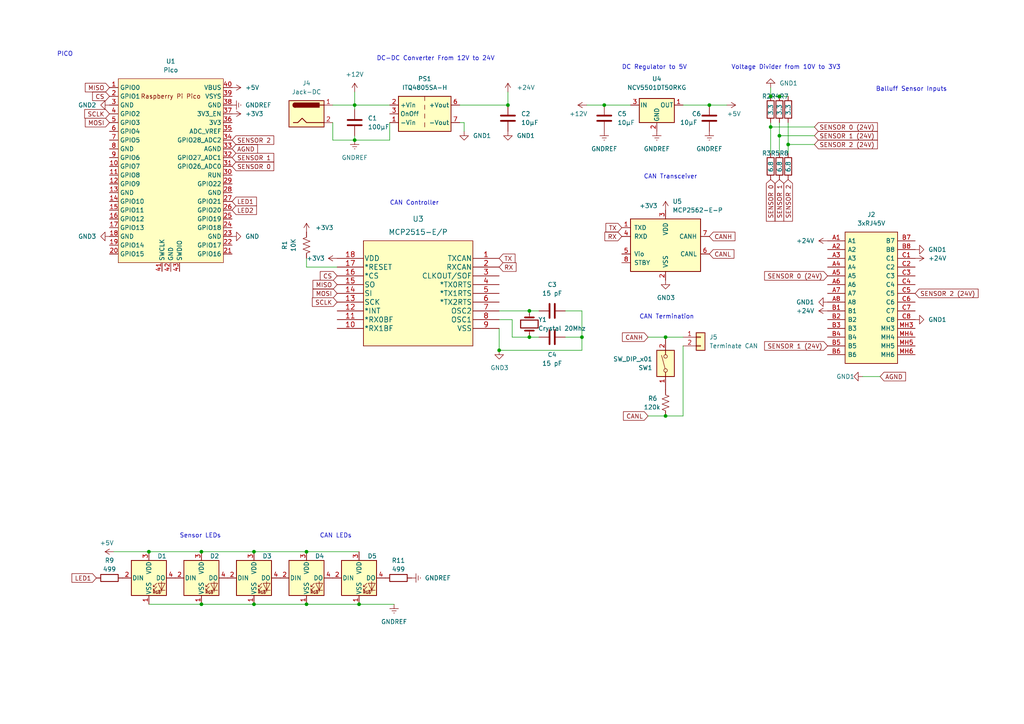
<source format=kicad_sch>
(kicad_sch (version 20211123) (generator eeschema)
  (paper "A4")
  (lib_symbols
    (symbol "3xRJ45V:3xRJ45V" (pin_names (offset 0.762))
      (property "Reference" "J" (at 21.59 7.62 0))
      (property "Value" "3xRJ45V" (at 21.59 5.08 0))
      (symbol "3xRJ45V_0_0"
        (pin passive line (at 0 0 0) (length 5.08) (name "A1") (number "A1"))
        (pin passive line (at 0 -2.54 0) (length 5.08) (name "A2") (number "A2"))
        (pin passive line (at 0 -5.08 0) (length 5.08) (name "A3") (number "A3"))
        (pin passive line (at 0 -7.62 0) (length 5.08) (name "A4") (number "A4"))
        (pin passive line (at 0 -10.16 0) (length 5.08) (name "A5") (number "A5"))
        (pin passive line (at 0 -12.7 0) (length 5.08) (name "A6") (number "A6"))
        (pin passive line (at 0 -15.24 0) (length 5.08) (name "A7") (number "A7"))
        (pin passive line (at 0 -17.78 0) (length 5.08) (name "A8") (number "A8"))
        (pin passive line (at 0 -20.32 0) (length 5.08) (name "B1") (number "B1"))
        (pin passive line (at 0 -22.86 0) (length 5.08) (name "B2") (number "B2"))
        (pin passive line (at 0 -25.4 0) (length 5.08) (name "B3") (number "B3"))
        (pin passive line (at 0 -27.94 0) (length 5.08) (name "B4") (number "B4"))
        (pin passive line (at 0 -30.48 0) (length 5.08) (name "B5") (number "B5"))
        (pin passive line (at 0 -33.02 0) (length 5.08) (name "B6") (number "B6"))
        (pin passive line (at 25.4 0 180) (length 5.08) (name "B7") (number "B7"))
        (pin passive line (at 25.4 -2.54 180) (length 5.08) (name "B8") (number "B8"))
        (pin passive line (at 25.4 -5.08 180) (length 5.08) (name "C1") (number "C1"))
        (pin passive line (at 25.4 -7.62 180) (length 5.08) (name "C2") (number "C2"))
        (pin passive line (at 25.4 -10.16 180) (length 5.08) (name "C3") (number "C3"))
        (pin passive line (at 25.4 -12.7 180) (length 5.08) (name "C4") (number "C4"))
        (pin passive line (at 25.4 -15.24 180) (length 5.08) (name "C5") (number "C5"))
        (pin passive line (at 25.4 -17.78 180) (length 5.08) (name "C6") (number "C6"))
        (pin passive line (at 25.4 -20.32 180) (length 5.08) (name "C7") (number "C7"))
        (pin passive line (at 25.4 -22.86 180) (length 5.08) (name "C8") (number "C8"))
        (pin passive line (at 25.4 -25.4 180) (length 5.08) (name "MH3") (number "MH3"))
        (pin passive line (at 25.4 -27.94 180) (length 5.08) (name "MH4") (number "MH4"))
        (pin passive line (at 25.4 -30.48 180) (length 5.08) (name "MH5") (number "MH5"))
        (pin passive line (at 25.4 -33.02 180) (length 5.08) (name "MH6") (number "MH6"))
      )
      (symbol "3xRJ45V_0_1"
        (polyline (pts (xy 5.08 2.54) (xy 20.32 2.54) (xy 20.32 -35.56) (xy 5.08 -35.56) (xy 5.08 2.54)) (stroke (width 0.1524)))
        (rectangle (start 5.08 2.54) (end 20.32 -35.56) (fill (type background)))
      )
    )
    (symbol "Connector:Jack-DC" (pin_names (offset 1.016))
      (property "Reference" "J" (at 0 5.334 0))
      (property "Value" "Jack-DC" (at 0 -5.08 0))
      (symbol "Jack-DC_0_1"
        (rectangle (start -5.08 3.81) (end 5.08 -3.81) (stroke (width 0.254)) (fill (type background)))
        (arc (start -3.302 3.175) (mid -3.937 2.54) (end -3.302 1.905) (stroke (width 0.254)))
        (arc (start -3.302 3.175) (mid -3.937 2.54) (end -3.302 1.905) (stroke (width 0.254)) (fill (type outline)))
        (polyline (pts (xy 5.08 2.54) (xy 3.81 2.54)) (stroke (width 0.254)))
        (polyline (pts (xy -3.81 -2.54) (xy -2.54 -2.54) (xy -1.27 -1.27) (xy 0 -2.54) (xy 2.54 -2.54) (xy 5.08 -2.54)) (stroke (width 0.254)))
        (rectangle (start 3.683 3.175) (end -3.302 1.905) (stroke (width 0.254)) (fill (type outline)))
      )
      (symbol "Jack-DC_1_1"
        (pin passive line (at 7.62 2.54 180) (length 2.54) (name "~") (number "1"))
        (pin passive line (at 7.62 -2.54 180) (length 2.54) (name "~") (number "2"))
      )
    )
    (symbol "Connector_Generic:Conn_01x02" (pin_names (offset 1.016) hide)
      (property "Reference" "J" (at 0 2.54 0))
      (property "Value" "Conn_01x02" (at 0 -5.08 0))
      (symbol "Conn_01x02_1_1"
        (rectangle (start -1.27 -2.413) (end 0 -2.667) (stroke (width 0.1524)))
        (rectangle (start -1.27 0.127) (end 0 -0.127) (stroke (width 0.1524)))
        (rectangle (start -1.27 1.27) (end 1.27 -3.81) (stroke (width 0.254)) (fill (type background)))
        (pin passive line (at -5.08 0 0) (length 3.81) (name "Pin_1") (number "1"))
        (pin passive line (at -5.08 -2.54 0) (length 3.81) (name "Pin_2") (number "2"))
      )
    )
    (symbol "Converter_DCDC:ITQ4805SA-H"
      (property "Reference" "PS" (at -7.62 6.35 0))
      (property "Value" "ITQ4805SA-H" (at 1.27 6.35 0))
      (symbol "ITQ4805SA-H_0_0"
        (pin power_in line (at -10.16 -2.54 0) (length 2.54) (name "-Vin") (number "1"))
        (pin power_in line (at -10.16 2.54 0) (length 2.54) (name "+Vin") (number "2"))
        (pin input line (at -10.16 0 0) (length 2.54) (name "OnOff") (number "3"))
        (pin power_out line (at 10.16 2.54 180) (length 2.54) (name "+Vout") (number "6"))
        (pin power_out line (at 10.16 -2.54 180) (length 2.54) (name "-Vout") (number "7"))
        (pin no_connect line (at 7.62 0 180) (length 2.54) hide (name "NC") (number "8"))
      )
      (symbol "ITQ4805SA-H_0_1"
        (rectangle (start -7.62 5.08) (end 7.62 -5.08) (stroke (width 0.254)) (fill (type background)))
        (polyline (pts (xy 0 -2.54) (xy 0 -3.81)))
        (polyline (pts (xy 0 0) (xy 0 -1.27)))
        (polyline (pts (xy 0 2.54) (xy 0 1.27)))
        (polyline (pts (xy 0 5.08) (xy 0 3.81)))
      )
    )
    (symbol "Device:C" (pin_numbers hide) (pin_names (offset 0.254))
      (property "Reference" "C" (at 0.635 2.54 0))
      (property "Value" "C" (at 0.635 -2.54 0))
      (symbol "C_0_1"
        (polyline (pts (xy -2.032 -0.762) (xy 2.032 -0.762)) (stroke (width 0.508)))
        (polyline (pts (xy -2.032 0.762) (xy 2.032 0.762)) (stroke (width 0.508)))
      )
      (symbol "C_1_1"
        (pin passive line (at 0 3.81 270) (length 2.794) (name "~") (number "1"))
        (pin passive line (at 0 -3.81 90) (length 2.794) (name "~") (number "2"))
      )
    )
    (symbol "Device:Crystal" (pin_numbers hide) (pin_names (offset 1.016) hide)
      (property "Reference" "Y" (at 0 3.81 0))
      (property "Value" "Crystal" (at 0 -3.81 0))
      (symbol "Crystal_0_1"
        (rectangle (start -1.143 2.54) (end 1.143 -2.54) (stroke (width 0.3048)))
        (polyline (pts (xy -2.54 0) (xy -1.905 0)))
        (polyline (pts (xy -1.905 -1.27) (xy -1.905 1.27)) (stroke (width 0.508)))
        (polyline (pts (xy 1.905 -1.27) (xy 1.905 1.27)) (stroke (width 0.508)))
        (polyline (pts (xy 2.54 0) (xy 1.905 0)))
      )
      (symbol "Crystal_1_1"
        (pin passive line (at -3.81 0 0) (length 1.27) (name "1") (number "1"))
        (pin passive line (at 3.81 0 180) (length 1.27) (name "2") (number "2"))
      )
    )
    (symbol "Device:R" (pin_numbers hide) (pin_names (offset 0))
      (property "Reference" "R" (at 2.032 0 90))
      (property "Value" "R" (at 0 0 90))
      (symbol "R_0_1"
        (rectangle (start -1.016 -2.54) (end 1.016 2.54) (stroke (width 0.254)))
      )
      (symbol "R_1_1"
        (pin passive line (at 0 3.81 270) (length 1.27) (name "~") (number "1"))
        (pin passive line (at 0 -3.81 90) (length 1.27) (name "~") (number "2"))
      )
    )
    (symbol "Device:R_US" (pin_numbers hide) (pin_names (offset 0))
      (property "Reference" "R" (at 2.54 0 90))
      (property "Value" "R_US" (at -2.54 0 90))
      (symbol "R_US_0_1"
        (polyline (pts (xy 0 -2.286) (xy 0 -2.54)))
        (polyline (pts (xy 0 2.286) (xy 0 2.54)))
        (polyline (pts (xy 0 -0.762) (xy 1.016 -1.143) (xy 0 -1.524) (xy -1.016 -1.905) (xy 0 -2.286)))
        (polyline (pts (xy 0 0.762) (xy 1.016 0.381) (xy 0 0) (xy -1.016 -0.381) (xy 0 -0.762)))
        (polyline (pts (xy 0 2.286) (xy 1.016 1.905) (xy 0 1.524) (xy -1.016 1.143) (xy 0 0.762)))
      )
      (symbol "R_US_1_1"
        (pin passive line (at 0 3.81 270) (length 1.27) (name "~") (number "1"))
        (pin passive line (at 0 -3.81 90) (length 1.27) (name "~") (number "2"))
      )
    )
    (symbol "Interface_CAN_LIN:MCP2562-E-P" (pin_names (offset 1.016))
      (property "Reference" "U" (at -10.16 8.89 0))
      (property "Value" "MCP2562-E-P" (at 2.54 8.89 0))
      (symbol "MCP2562-E-P_0_1"
        (rectangle (start -10.16 7.62) (end 10.16 -7.62) (stroke (width 0.254)) (fill (type background)))
      )
      (symbol "MCP2562-E-P_1_1"
        (pin input line (at -12.7 5.08 0) (length 2.54) (name "TXD") (number "1"))
        (pin power_in line (at 0 -10.16 90) (length 2.54) (name "VSS") (number "2"))
        (pin power_in line (at 0 10.16 270) (length 2.54) (name "VDD") (number "3"))
        (pin output line (at -12.7 2.54 0) (length 2.54) (name "RXD") (number "4"))
        (pin power_in line (at -12.7 -2.54 0) (length 2.54) (name "Vio") (number "5"))
        (pin bidirectional line (at 12.7 -2.54 180) (length 2.54) (name "CANL") (number "6"))
        (pin bidirectional line (at 12.7 2.54 180) (length 2.54) (name "CANH") (number "7"))
        (pin input line (at -12.7 -5.08 0) (length 2.54) (name "STBY") (number "8"))
      )
    )
    (symbol "LED:Inolux_IN-PI554FCH" (pin_names (offset 0.254))
      (property "Reference" "D" (at 5.08 5.715 0))
      (property "Value" "Inolux_IN-PI554FCH" (at 1.27 -5.715 0))
      (symbol "Inolux_IN-PI554FCH_0_0"
        (text "RGB" (at 2.286 -4.191 0) (effects (font (size 0.762 0.762))))
      )
      (symbol "Inolux_IN-PI554FCH_0_1"
        (polyline (pts (xy 1.27 -3.556) (xy 1.778 -3.556)))
        (polyline (pts (xy 1.27 -2.54) (xy 1.778 -2.54)))
        (polyline (pts (xy 4.699 -3.556) (xy 2.667 -3.556)))
        (polyline (pts (xy 2.286 -2.54) (xy 1.27 -3.556) (xy 1.27 -3.048)))
        (polyline (pts (xy 2.286 -1.524) (xy 1.27 -2.54) (xy 1.27 -2.032)))
        (polyline (pts (xy 3.683 -1.016) (xy 3.683 -3.556) (xy 3.683 -4.064)))
        (polyline (pts (xy 4.699 -1.524) (xy 2.667 -1.524) (xy 3.683 -3.556) (xy 4.699 -1.524)))
        (rectangle (start 5.08 5.08) (end -5.08 -5.08) (stroke (width 0.254)) (fill (type background)))
      )
      (symbol "Inolux_IN-PI554FCH_1_1"
        (pin power_in line (at 0 -7.62 90) (length 2.54) (name "VSS") (number "1"))
        (pin input line (at -7.62 0 0) (length 2.54) (name "DIN") (number "2"))
        (pin power_in line (at 0 7.62 270) (length 2.54) (name "VDD") (number "3"))
        (pin output line (at 7.62 0 180) (length 2.54) (name "DO") (number "4"))
      )
    )
    (symbol "MCP_2515:MCP2515-E{brace}slash}P" (pin_names (offset 0.254))
      (property "Reference" "U" (at 24.13 10.16 0))
      (property "Value" "MCP2515-E{brace}slash}P" (at 24.13 7.62 0))
      (symbol "MCP2515-E{brace}slash}P_0_1"
        (rectangle (start 39.37 -25.4) (end 7.62 5.08) (fill (type background)))
      )
      (symbol "MCP2515-E{brace}slash}P_1_1"
        (polyline (pts (xy 7.62 -25.4) (xy 39.37 -25.4)) (stroke (width 0.127)))
        (polyline (pts (xy 7.62 5.08) (xy 7.62 -25.4)) (stroke (width 0.127)))
        (polyline (pts (xy 39.37 -25.4) (xy 39.37 5.08)) (stroke (width 0.127)))
        (polyline (pts (xy 39.37 5.08) (xy 7.62 5.08)) (stroke (width 0.127)))
        (pin unspecified line (at 0 0 0) (length 7.62) (name "TXCAN") (number "1"))
        (pin unspecified line (at 46.99 -20.32 180) (length 7.62) (name "*RX1BF") (number "10"))
        (pin unspecified line (at 46.99 -17.78 180) (length 7.62) (name "*RX0BF") (number "11"))
        (pin unspecified line (at 46.99 -15.24 180) (length 7.62) (name "*INT") (number "12"))
        (pin unspecified line (at 46.99 -12.7 180) (length 7.62) (name "SCK") (number "13"))
        (pin unspecified line (at 46.99 -10.16 180) (length 7.62) (name "SI") (number "14"))
        (pin unspecified line (at 46.99 -7.62 180) (length 7.62) (name "SO") (number "15"))
        (pin unspecified line (at 46.99 -5.08 180) (length 7.62) (name "*CS") (number "16"))
        (pin unspecified line (at 46.99 -2.54 180) (length 7.62) (name "*RESET") (number "17"))
        (pin unspecified line (at 46.99 0 180) (length 7.62) (name "VDD") (number "18"))
        (pin unspecified line (at 0 -2.54 0) (length 7.62) (name "RXCAN") (number "2"))
        (pin unspecified line (at 0 -5.08 0) (length 7.62) (name "CLKOUT/SOF") (number "3"))
        (pin unspecified line (at 0 -7.62 0) (length 7.62) (name "*TX0RTS") (number "4"))
        (pin unspecified line (at 0 -10.16 0) (length 7.62) (name "*TX1RTS") (number "5"))
        (pin unspecified line (at 0 -12.7 0) (length 7.62) (name "*TX2RTS") (number "6"))
        (pin unspecified line (at 0 -15.24 0) (length 7.62) (name "OSC2") (number "7"))
        (pin unspecified line (at 0 -17.78 0) (length 7.62) (name "OSC1") (number "8"))
        (pin unspecified line (at 0 -20.32 0) (length 7.62) (name "VSS") (number "9"))
      )
    )
    (symbol "MCU_RaspberryPi_and_Boards:Pico"
      (property "Reference" "U" (at -13.97 27.94 0))
      (property "Value" "Pico" (at 0 19.05 0))
      (symbol "Pico_0_0"
        (text "Raspberry Pi Pico" (at 0 21.59 0) (effects (font (size 1.27 1.27))))
      )
      (symbol "Pico_0_1"
        (rectangle (start -15.24 26.67) (end 15.24 -26.67) (fill (type background)))
      )
      (symbol "Pico_1_1"
        (pin bidirectional line (at -17.78 24.13 0) (length 2.54) (name "GPIO0") (number "1"))
        (pin bidirectional line (at -17.78 1.27 0) (length 2.54) (name "GPIO7") (number "10"))
        (pin bidirectional line (at -17.78 -1.27 0) (length 2.54) (name "GPIO8") (number "11"))
        (pin bidirectional line (at -17.78 -3.81 0) (length 2.54) (name "GPIO9") (number "12"))
        (pin power_in line (at -17.78 -6.35 0) (length 2.54) (name "GND") (number "13"))
        (pin bidirectional line (at -17.78 -8.89 0) (length 2.54) (name "GPIO10") (number "14"))
        (pin bidirectional line (at -17.78 -11.43 0) (length 2.54) (name "GPIO11") (number "15"))
        (pin bidirectional line (at -17.78 -13.97 0) (length 2.54) (name "GPIO12") (number "16"))
        (pin bidirectional line (at -17.78 -16.51 0) (length 2.54) (name "GPIO13") (number "17"))
        (pin power_in line (at -17.78 -19.05 0) (length 2.54) (name "GND") (number "18"))
        (pin bidirectional line (at -17.78 -21.59 0) (length 2.54) (name "GPIO14") (number "19"))
        (pin bidirectional line (at -17.78 21.59 0) (length 2.54) (name "GPIO1") (number "2"))
        (pin bidirectional line (at -17.78 -24.13 0) (length 2.54) (name "GPIO15") (number "20"))
        (pin bidirectional line (at 17.78 -24.13 180) (length 2.54) (name "GPIO16") (number "21"))
        (pin bidirectional line (at 17.78 -21.59 180) (length 2.54) (name "GPIO17") (number "22"))
        (pin power_in line (at 17.78 -19.05 180) (length 2.54) (name "GND") (number "23"))
        (pin bidirectional line (at 17.78 -16.51 180) (length 2.54) (name "GPIO18") (number "24"))
        (pin bidirectional line (at 17.78 -13.97 180) (length 2.54) (name "GPIO19") (number "25"))
        (pin bidirectional line (at 17.78 -11.43 180) (length 2.54) (name "GPIO20") (number "26"))
        (pin bidirectional line (at 17.78 -8.89 180) (length 2.54) (name "GPIO21") (number "27"))
        (pin power_in line (at 17.78 -6.35 180) (length 2.54) (name "GND") (number "28"))
        (pin bidirectional line (at 17.78 -3.81 180) (length 2.54) (name "GPIO22") (number "29"))
        (pin power_in line (at -17.78 19.05 0) (length 2.54) (name "GND") (number "3"))
        (pin input line (at 17.78 -1.27 180) (length 2.54) (name "RUN") (number "30"))
        (pin bidirectional line (at 17.78 1.27 180) (length 2.54) (name "GPIO26_ADC0") (number "31"))
        (pin bidirectional line (at 17.78 3.81 180) (length 2.54) (name "GPIO27_ADC1") (number "32"))
        (pin power_in line (at 17.78 6.35 180) (length 2.54) (name "AGND") (number "33"))
        (pin bidirectional line (at 17.78 8.89 180) (length 2.54) (name "GPIO28_ADC2") (number "34"))
        (pin power_in line (at 17.78 11.43 180) (length 2.54) (name "ADC_VREF") (number "35"))
        (pin power_in line (at 17.78 13.97 180) (length 2.54) (name "3V3") (number "36"))
        (pin input line (at 17.78 16.51 180) (length 2.54) (name "3V3_EN") (number "37"))
        (pin bidirectional line (at 17.78 19.05 180) (length 2.54) (name "GND") (number "38"))
        (pin power_in line (at 17.78 21.59 180) (length 2.54) (name "VSYS") (number "39"))
        (pin bidirectional line (at -17.78 16.51 0) (length 2.54) (name "GPIO2") (number "4"))
        (pin power_in line (at 17.78 24.13 180) (length 2.54) (name "VBUS") (number "40"))
        (pin input line (at -2.54 -29.21 90) (length 2.54) (name "SWCLK") (number "41"))
        (pin power_in line (at 0 -29.21 90) (length 2.54) (name "GND") (number "42"))
        (pin bidirectional line (at 2.54 -29.21 90) (length 2.54) (name "SWDIO") (number "43"))
        (pin bidirectional line (at -17.78 13.97 0) (length 2.54) (name "GPIO3") (number "5"))
        (pin bidirectional line (at -17.78 11.43 0) (length 2.54) (name "GPIO4") (number "6"))
        (pin bidirectional line (at -17.78 8.89 0) (length 2.54) (name "GPIO5") (number "7"))
        (pin power_in line (at -17.78 6.35 0) (length 2.54) (name "GND") (number "8"))
        (pin bidirectional line (at -17.78 3.81 0) (length 2.54) (name "GPIO6") (number "9"))
      )
    )
    (symbol "Regulator_Linear:L78L05_SOT89" (pin_names (offset 0.254))
      (property "Reference" "U" (at -3.81 3.175 0))
      (property "Value" "L78L05_SOT89" (at -0.635 3.175 0))
      (symbol "L78L05_SOT89_0_1"
        (rectangle (start -5.08 1.905) (end 5.08 -5.08) (stroke (width 0.254)) (fill (type background)))
      )
      (symbol "L78L05_SOT89_1_1"
        (pin power_out line (at 7.62 0 180) (length 2.54) (name "OUT") (number "1"))
        (pin power_in line (at 0 -7.62 90) (length 2.54) (name "GND") (number "2"))
        (pin power_in line (at -7.62 0 0) (length 2.54) (name "IN") (number "3"))
      )
    )
    (symbol "Switch:SW_DIP_x01" (pin_names (offset 0) hide)
      (property "Reference" "SW" (at 0 3.81 0))
      (property "Value" "SW_DIP_x01" (at 0 -3.81 0))
      (symbol "SW_DIP_x01_0_0"
        (circle (center -2.032 0) (radius 0.508))
        (polyline (pts (xy -1.524 0.127) (xy 2.3622 1.1684)))
        (circle (center 2.032 0) (radius 0.508))
      )
      (symbol "SW_DIP_x01_0_1"
        (rectangle (start -3.81 2.54) (end 3.81 -2.54) (stroke (width 0.254)) (fill (type background)))
      )
      (symbol "SW_DIP_x01_1_1"
        (pin passive line (at -7.62 0 0) (length 5.08) (name "~") (number "1"))
        (pin passive line (at 7.62 0 180) (length 5.08) (name "~") (number "2"))
      )
    )
    (symbol "power:+12V" (power) (pin_names (offset 0))
      (property "Value" "+12V" (at 0 3.556 0))
      (symbol "+12V_0_1"
        (polyline (pts (xy -0.762 1.27) (xy 0 2.54)))
        (polyline (pts (xy 0 0) (xy 0 2.54)))
        (polyline (pts (xy 0 2.54) (xy 0.762 1.27)))
      )
      (symbol "+12V_1_1"
        (pin power_in line (at 0 0 90) (length 0) hide (name "+12V") (number "1"))
      )
    )
    (symbol "power:+24V" (power) (pin_names (offset 0))
      (property "Value" "+24V" (at 0 3.556 0))
      (symbol "+24V_0_1"
        (polyline (pts (xy -0.762 1.27) (xy 0 2.54)))
        (polyline (pts (xy 0 0) (xy 0 2.54)))
        (polyline (pts (xy 0 2.54) (xy 0.762 1.27)))
      )
      (symbol "+24V_1_1"
        (pin power_in line (at 0 0 90) (length 0) hide (name "+24V") (number "1"))
      )
    )
    (symbol "power:+3.3V" (power) (pin_names (offset 0))
      (property "Value" "+3.3V" (at 0 3.556 0))
      (symbol "+3.3V_0_1"
        (polyline (pts (xy -0.762 1.27) (xy 0 2.54)))
        (polyline (pts (xy 0 0) (xy 0 2.54)))
        (polyline (pts (xy 0 2.54) (xy 0.762 1.27)))
      )
      (symbol "+3.3V_1_1"
        (pin power_in line (at 0 0 90) (length 0) hide (name "+3V3") (number "1"))
      )
    )
    (symbol "power:+5V" (power) (pin_names (offset 0))
      (property "Value" "+5V" (at 0 3.556 0))
      (symbol "+5V_0_1"
        (polyline (pts (xy -0.762 1.27) (xy 0 2.54)))
        (polyline (pts (xy 0 0) (xy 0 2.54)))
        (polyline (pts (xy 0 2.54) (xy 0.762 1.27)))
      )
      (symbol "+5V_1_1"
        (pin power_in line (at 0 0 90) (length 0) hide (name "+5V") (number "1"))
      )
    )
    (symbol "power:GND" (power) (pin_names (offset 0))
      (property "Value" "GND" (at 0 -3.81 0))
      (symbol "GND_0_1"
        (polyline (pts (xy 0 0) (xy 0 -1.27) (xy 1.27 -1.27) (xy 0 -2.54) (xy -1.27 -1.27) (xy 0 -1.27)))
      )
      (symbol "GND_1_1"
        (pin power_in line (at 0 0 270) (length 0) hide (name "GND") (number "1"))
      )
    )
    (symbol "power:GND1" (power) (pin_names (offset 0))
      (property "Value" "GND1" (at 0 -3.81 0))
      (symbol "GND1_0_1"
        (polyline (pts (xy 0 0) (xy 0 -1.27) (xy 1.27 -1.27) (xy 0 -2.54) (xy -1.27 -1.27) (xy 0 -1.27)))
      )
      (symbol "GND1_1_1"
        (pin power_in line (at 0 0 270) (length 0) hide (name "GND1") (number "1"))
      )
    )
    (symbol "power:GND2" (power) (pin_names (offset 0))
      (property "Value" "GND2" (at 0 -3.81 0))
      (symbol "GND2_0_1"
        (polyline (pts (xy 0 0) (xy 0 -1.27) (xy 1.27 -1.27) (xy 0 -2.54) (xy -1.27 -1.27) (xy 0 -1.27)))
      )
      (symbol "GND2_1_1"
        (pin power_in line (at 0 0 270) (length 0) hide (name "GND2") (number "1"))
      )
    )
    (symbol "power:GND3" (power) (pin_names (offset 0))
      (property "Value" "GND3" (at 0 -3.81 0))
      (symbol "GND3_0_1"
        (polyline (pts (xy 0 0) (xy 0 -1.27) (xy 1.27 -1.27) (xy 0 -2.54) (xy -1.27 -1.27) (xy 0 -1.27)))
      )
      (symbol "GND3_1_1"
        (pin power_in line (at 0 0 270) (length 0) hide (name "GND3") (number "1"))
      )
    )
    (symbol "power:GNDREF" (power) (pin_names (offset 0))
      (property "Value" "GNDREF" (at 0 -3.81 0))
      (symbol "GNDREF_0_1"
        (polyline (pts (xy -0.635 -1.905) (xy 0.635 -1.905)))
        (polyline (pts (xy -0.127 -2.54) (xy 0.127 -2.54)))
        (polyline (pts (xy 0 -1.27) (xy 0 0)))
        (polyline (pts (xy 1.27 -1.27) (xy -1.27 -1.27)))
      )
      (symbol "GNDREF_1_1"
        (pin power_in line (at 0 0 270) (length 0) hide (name "GNDREF") (number "1"))
      )
    )
  )
  (junction (at 168.783 97.79))
  (junction (at 226.06 27.94))
  (junction (at 58.42 175.26))
  (junction (at 205.74 30.48))
  (junction (at 88.9 160.02))
  (junction (at 193.04 120.65))
  (junction (at 226.06 39.37))
  (junction (at 104.14 175.26))
  (junction (at 153.543 97.79))
  (junction (at 144.78 101.6))
  (junction (at 102.87 40.64))
  (junction (at 88.9 175.26))
  (junction (at 73.66 160.02))
  (junction (at 43.18 160.02))
  (junction (at 175.26 30.48))
  (junction (at 223.52 27.94))
  (junction (at 102.87 30.48))
  (junction (at 223.52 36.83))
  (junction (at 228.6 41.91))
  (junction (at 193.04 97.79))
  (junction (at 147.32 30.48))
  (junction (at 153.543 90.17))
  (junction (at 73.66 175.26))
  (junction (at 58.42 160.02))
  (wire (pts (xy 43.18 160.02) (xy 58.42 160.02)))
  (wire (pts (xy 88.9 77.47) (xy 88.9 74.93)))
  (wire (pts (xy 223.52 36.83) (xy 236.22 36.83)))
  (wire (pts (xy 133.35 30.48) (xy 147.32 30.48)))
  (wire (pts (xy 198.12 30.48) (xy 205.74 30.48)))
  (wire (pts (xy 236.22 41.91) (xy 228.6 41.91)))
  (wire (pts (xy 175.26 30.48) (xy 182.88 30.48)))
  (wire (pts (xy 96.52 30.48) (xy 102.87 30.48)))
  (wire (pts (xy 113.03 40.64) (xy 113.03 35.56)))
  (wire (pts (xy 153.543 97.79) (xy 148.5558 97.79)))
  (wire (pts (xy 156.337 90.17) (xy 153.543 90.17)))
  (wire (pts (xy 168.783 97.79) (xy 168.783 101.6)))
  (wire (pts (xy 198.12 120.65) (xy 193.04 120.65)))
  (wire (pts (xy 168.783 101.6) (xy 144.78 101.6)))
  (wire (pts (xy 144.78 95.25) (xy 144.78 101.6)))
  (wire (pts (xy 102.87 40.64) (xy 113.03 40.64)))
  (wire (pts (xy 102.87 30.48) (xy 113.03 30.48)))
  (wire (pts (xy 33.02 160.02) (xy 43.18 160.02)))
  (wire (pts (xy 168.783 90.17) (xy 168.783 97.79)))
  (wire (pts (xy 102.87 26.67) (xy 102.87 30.48)))
  (wire (pts (xy 88.9 160.02) (xy 104.14 160.02)))
  (wire (pts (xy 193.04 97.79) (xy 198.12 97.79)))
  (wire (pts (xy 170.18 30.48) (xy 175.26 30.48)))
  (wire (pts (xy 163.957 90.17) (xy 168.783 90.17)))
  (wire (pts (xy 226.06 27.94) (xy 228.6 27.94)))
  (wire (pts (xy 226.06 35.56) (xy 226.06 39.37)))
  (wire (pts (xy 153.543 90.17) (xy 144.78 90.17)))
  (wire (pts (xy 58.42 160.02) (xy 73.66 160.02)))
  (wire (pts (xy 97.79 77.47) (xy 88.9 77.47)))
  (wire (pts (xy 163.957 97.79) (xy 168.783 97.79)))
  (wire (pts (xy 88.9 175.26) (xy 104.14 175.26)))
  (wire (pts (xy 226.06 39.37) (xy 226.06 44.45)))
  (wire (pts (xy 148.5558 92.71) (xy 144.78 92.71)))
  (wire (pts (xy 73.66 175.26) (xy 88.9 175.26)))
  (wire (pts (xy 96.52 40.64) (xy 96.52 35.56)))
  (wire (pts (xy 187.96 97.79) (xy 193.04 97.79)))
  (wire (pts (xy 228.6 35.56) (xy 228.6 41.91)))
  (wire (pts (xy 223.52 35.56) (xy 223.52 36.83)))
  (wire (pts (xy 73.66 160.02) (xy 88.9 160.02)))
  (wire (pts (xy 102.87 39.37) (xy 102.87 40.64)))
  (wire (pts (xy 223.52 27.94) (xy 226.06 27.94)))
  (wire (pts (xy 198.12 100.33) (xy 198.12 120.65)))
  (wire (pts (xy 187.96 120.65) (xy 193.04 120.65)))
  (wire (pts (xy 205.74 30.48) (xy 210.82 30.48)))
  (wire (pts (xy 147.32 26.67) (xy 147.32 30.48)))
  (wire (pts (xy 228.6 41.91) (xy 228.6 44.45)))
  (wire (pts (xy 133.35 35.56) (xy 134.62 35.56)))
  (wire (pts (xy 250.19 109.22) (xy 255.27 109.22)))
  (wire (pts (xy 223.52 25.4) (xy 223.52 27.94)))
  (wire (pts (xy 223.52 36.83) (xy 223.52 44.45)))
  (wire (pts (xy 156.337 97.79) (xy 153.543 97.79)))
  (wire (pts (xy 104.14 175.26) (xy 114.3 175.26)))
  (wire (pts (xy 148.5558 97.79) (xy 148.5558 92.71)))
  (wire (pts (xy 96.52 40.64) (xy 102.87 40.64)))
  (wire (pts (xy 226.06 39.37) (xy 236.22 39.37)))
  (wire (pts (xy 102.87 31.75) (xy 102.87 30.48)))
  (wire (pts (xy 43.18 175.26) (xy 58.42 175.26)))
  (wire (pts (xy 134.62 35.56) (xy 134.62 38.1)))
  (wire (pts (xy 58.42 175.26) (xy 73.66 175.26)))
  (text "CAN Controller\n" (at 113.03 59.69 0) (effects (font (size 1.27 1.27)) (justify left bottom)))
  (text "Balluff Sensor Inputs" (at 254 26.67 0) (effects (font (size 1.27 1.27)) (justify left bottom)))
  (text "Sensor LEDs" (at 52.07 156.21 0) (effects (font (size 1.27 1.27)) (justify left bottom)))
  (text "CAN Termination" (at 185.42 92.71 0) (effects (font (size 1.27 1.27)) (justify left bottom)))
  (text "DC-DC Converter From 12V to 24V\n" (at 109.22 17.78 0) (effects (font (size 1.27 1.27)) (justify left bottom)))
  (text "CAN Transceiver" (at 186.69 52.07 0) (effects (font (size 1.27 1.27)) (justify left bottom)))
  (text "Voltage Divider from 10V to 3V3" (at 212.09 20.32 0) (effects (font (size 1.27 1.27)) (justify left bottom)))
  (text "PICO" (at 16.51 16.51 0) (effects (font (size 1.27 1.27)) (justify left bottom)))
  (text "CAN LEDs" (at 92.71 156.21 0) (effects (font (size 1.27 1.27)) (justify left bottom)))
  (text "DC Regulator to 5V\n" (at 180.34 20.32 0) (effects (font (size 1.27 1.27)) (justify left bottom)))
  (global_label "SCLK" (shape input) (at 97.79 87.63 180) (property "Intersheet References" "${INTERSHEET_REFS}" (effects hide)))
  (global_label "CS" (shape input) (at 31.75 27.94 180) (property "Intersheet References" "${INTERSHEET_REFS}" (effects hide)))
  (global_label "CANH" (shape input) (at 205.74 68.58 0) (property "Intersheet References" "${INTERSHEET_REFS}" (effects hide)))
  (global_label "MOSI" (shape input) (at 31.75 35.56 180) (property "Intersheet References" "${INTERSHEET_REFS}" (effects hide)))
  (global_label "SENSOR 1" (shape input) (at 226.06 52.07 270) (property "Intersheet References" "${INTERSHEET_REFS}" (effects hide)))
  (global_label "CANL" (shape input) (at 187.96 120.65 180) (property "Intersheet References" "${INTERSHEET_REFS}" (effects hide)))
  (global_label "SENSOR 0" (shape input) (at 67.31 48.26 0) (property "Intersheet References" "${INTERSHEET_REFS}" (effects hide)))
  (global_label "SENSOR 2" (shape input) (at 67.31 40.64 0) (property "Intersheet References" "${INTERSHEET_REFS}" (effects hide)))
  (global_label "LED2" (shape input) (at 67.31 60.96 0) (property "Intersheet References" "${INTERSHEET_REFS}" (effects hide)))
  (global_label "SENSOR 0 (24V)" (shape input) (at 240.03 80.01 180) (property "Intersheet References" "${INTERSHEET_REFS}" (effects hide)))
  (global_label "MOSI" (shape input) (at 97.79 85.09 180) (property "Intersheet References" "${INTERSHEET_REFS}" (effects hide)))
  (global_label "MISO" (shape input) (at 31.75 25.4 180) (property "Intersheet References" "${INTERSHEET_REFS}" (effects hide)))
  (global_label "CANL" (shape input) (at 205.74 73.66 0) (property "Intersheet References" "${INTERSHEET_REFS}" (effects hide)))
  (global_label "SENSOR 1 (24V)" (shape input) (at 240.03 100.33 180) (property "Intersheet References" "${INTERSHEET_REFS}" (effects hide)))
  (global_label "SENSOR 2" (shape input) (at 228.6 52.07 270) (property "Intersheet References" "${INTERSHEET_REFS}" (effects hide)))
  (global_label "AGND" (shape input) (at 255.27 109.22 0) (property "Intersheet References" "${INTERSHEET_REFS}" (effects hide)))
  (global_label "SENSOR 1" (shape input) (at 67.31 45.72 0) (property "Intersheet References" "${INTERSHEET_REFS}" (effects hide)))
  (global_label "LED1" (shape input) (at 27.94 167.64 180) (property "Intersheet References" "${INTERSHEET_REFS}" (effects hide)))
  (global_label "SENSOR 2 (24V)" (shape input) (at 236.22 41.91 0) (property "Intersheet References" "${INTERSHEET_REFS}" (effects hide)))
  (global_label "TX" (shape input) (at 180.34 66.04 180) (property "Intersheet References" "${INTERSHEET_REFS}" (effects hide)))
  (global_label "SENSOR 1 (24V)" (shape input) (at 236.22 39.37 0) (property "Intersheet References" "${INTERSHEET_REFS}" (effects hide)))
  (global_label "SENSOR 0 (24V)" (shape input) (at 236.22 36.83 0) (property "Intersheet References" "${INTERSHEET_REFS}" (effects hide)))
  (global_label "MISO" (shape input) (at 97.79 82.55 180) (property "Intersheet References" "${INTERSHEET_REFS}" (effects hide)))
  (global_label "CANH" (shape input) (at 187.96 97.79 180) (property "Intersheet References" "${INTERSHEET_REFS}" (effects hide)))
  (global_label "RX" (shape input) (at 144.78 77.47 0) (property "Intersheet References" "${INTERSHEET_REFS}" (effects hide)))
  (global_label "CS" (shape input) (at 97.79 80.01 180) (property "Intersheet References" "${INTERSHEET_REFS}" (effects hide)))
  (global_label "SCLK" (shape input) (at 31.75 33.02 180) (property "Intersheet References" "${INTERSHEET_REFS}" (effects hide)))
  (global_label "LED1" (shape input) (at 67.31 58.42 0) (property "Intersheet References" "${INTERSHEET_REFS}" (effects hide)))
  (global_label "SENSOR 2 (24V)" (shape input) (at 265.43 85.09 0) (property "Intersheet References" "${INTERSHEET_REFS}" (effects hide)))
  (global_label "AGND" (shape input) (at 67.31 43.18 0) (property "Intersheet References" "${INTERSHEET_REFS}" (effects hide)))
  (global_label "SENSOR 0" (shape input) (at 223.52 52.07 270) (property "Intersheet References" "${INTERSHEET_REFS}" (effects hide)))
  (global_label "RX" (shape input) (at 180.34 68.58 180) (property "Intersheet References" "${INTERSHEET_REFS}" (effects hide)))
  (global_label "TX" (shape input) (at 144.78 74.93 0) (property "Intersheet References" "${INTERSHEET_REFS}" (effects hide)))
  (symbol (lib_id "power:GND3") (at 193.04 81.28 0) (unit 1)
    (property "Reference" "#PWR0107" (effects hide))
    (property "Value" "GND3" (at 190.5 86.36 0) (effects (justify left)))
  )
  (symbol (lib_id "power:+24V") (at 240.03 90.17 90) (unit 1)
    (property "Reference" "#PWR027" (effects hide))
    (property "Value" "+24V" (at 236.22 90.1699 90) (effects (justify left)))
  )
  (symbol (lib_id "power:+3.3V") (at 193.04 60.96 0) (unit 1)
    (property "Reference" "#PWR0109" (effects hide))
    (property "Value" "+3.3V" (at 185.42 59.69 0) (effects (justify left)))
  )
  (symbol (lib_id "power:GND3") (at 31.75 68.58 270) (unit 1)
    (property "Reference" "#PWR0115" (effects hide))
    (property "Value" "GND3" (at 27.94 68.5799 90) (effects (justify right)))
  )
  (symbol (lib_id "Device:R") (at 31.75 167.64 90) (unit 1)
    (property "Reference" "R9" (at 31.75 162.56 90))
    (property "Value" "499" (at 31.75 165.1 90))
    (property "Footprint" "Resistor_SMD:R_1206_3216Metric_Pad1.30x1.75mm_HandSolder" (effects hide))
  )
  (symbol (lib_id "power:GND1") (at 240.03 87.63 270) (unit 1)
    (property "Reference" "#PWR024" (effects hide))
    (property "Value" "GND1" (at 236.22 87.6299 90) (effects (justify right)))
  )
  (symbol (lib_id "power:GND2") (at 31.75 30.48 270) (unit 1)
    (property "Reference" "#PWR0102" (effects hide))
    (property "Value" "GND2" (at 27.94 30.4799 90) (effects (justify right)))
  )
  (symbol (lib_id "power:+12V") (at 102.87 26.67 0) (unit 1)
    (property "Reference" "#PWR03" (effects hide))
    (property "Value" "+12V" (at 102.87 21.59 0))
  )
  (symbol (lib_id "LED:Inolux_IN-PI554FCH") (at 58.42 167.64 0) (unit 1)
    (property "Reference" "D2" (at 62.23 161.29 0))
    (property "Value" "Inolux_IN-PI554FCH" (effects hide))
    (property "Footprint" "LED_SMD:LED_Inolux_IN-PI554FCH_PLCC4_5.0x5.0mm_P3.2mm" (effects hide))
    (property "Datasheet" "http://www.inolux-corp.com/datasheet/SMDLED/Addressable%20LED/IN-PI554FCH.pdf" (effects hide))
  )
  (symbol (lib_id "LED:Inolux_IN-PI554FCH") (at 104.14 167.64 0) (unit 1)
    (property "Reference" "D5" (at 107.95 161.29 0))
    (property "Value" "Inolux_IN-PI554FCH" (effects hide))
    (property "Footprint" "LED_SMD:LED_Inolux_IN-PI554FCH_PLCC4_5.0x5.0mm_P3.2mm" (effects hide))
    (property "Datasheet" "http://www.inolux-corp.com/datasheet/SMDLED/Addressable%20LED/IN-PI554FCH.pdf" (effects hide))
  )
  (symbol (lib_id "power:GNDREF") (at 205.74 38.1 0) (unit 1)
    (property "Reference" "#PWR020" (effects hide))
    (property "Value" "GNDREF" (at 205.74 43.18 0))
  )
  (symbol (lib_id "power:GNDREF") (at 114.3 175.26 0) (unit 1)
    (property "Reference" "#PWR0104" (effects hide))
    (property "Value" "GNDREF" (at 114.3 180.34 0))
  )
  (symbol (lib_id "power:GND1") (at 265.43 92.71 90) (unit 1)
    (property "Reference" "#PWR028" (effects hide))
    (property "Value" "GND1" (at 269.24 92.7101 90) (effects (justify right)))
  )
  (symbol (lib_id "power:+5V") (at 33.02 160.02 90) (unit 1)
    (property "Reference" "#PWR0105" (effects hide))
    (property "Value" "+5V" (at 33.02 157.48 90) (effects (justify left)))
  )
  (symbol (lib_id "power:+3.3V") (at 88.9 67.31 0) (unit 1)
    (property "Reference" "#PWR06" (effects hide))
    (property "Value" "+3.3V" (at 91.44 66.0399 0) (effects (justify left)))
  )
  (symbol (lib_id "power:GNDREF") (at 175.26 38.1 0) (unit 1)
    (property "Reference" "#PWR014" (effects hide))
    (property "Value" "GNDREF" (at 175.26 43.18 0))
  )
  (symbol (lib_id "power:GNDREF") (at 119.38 167.64 90) (unit 1)
    (property "Reference" "#PWR?" (effects hide))
    (property "Value" "GNDREF" (at 123.19 167.6399 90) (effects (justify right)))
  )
  (symbol (lib_id "Device:R_US") (at 193.04 116.84 0) (unit 1)
    (property "Reference" "R6" (at 187.96 115.57 0) (effects (justify left)))
    (property "Value" "120k" (at 186.69 118.11 0) (effects (justify left)))
    (property "Footprint" "Resistor_SMD:R_1206_3216Metric_Pad1.30x1.75mm_HandSolder" (effects hide))
  )
  (symbol (lib_id "Device:C") (at 102.87 35.56 0) (unit 1)
    (property "Reference" "C1" (at 106.68 34.2899 0) (effects (justify left)))
    (property "Value" "100μF" (at 106.68 36.8299 0) (effects (justify left)))
    (property "Footprint" "Capacitor_THT:CP_Radial_D5.0mm_P2.00mm" (effects hide))
    (property "Spice_Primitive" "C" (effects hide))
    (property "Spice_Model" "100u" (effects hide))
    (property "Spice_Netlist_Enabled" "Y" (effects hide))
  )
  (symbol (lib_id "power:GNDREF") (at 102.87 40.64 0) (unit 1)
    (property "Reference" "#PWR0116" (effects hide))
    (property "Value" "GNDREF" (at 102.87 45.72 0))
  )
  (symbol (lib_id "3xRJ45V:3xRJ45V") (at 240.03 69.85 0) (unit 1)
    (property "Reference" "J2" (at 252.73 62.23 0))
    (property "Value" "3xRJ45V" (at 252.73 64.77 0))
    (property "Footprint" "3xRJ45V:3xRJ45V" (effects hide))
    (property "Datasheet" "https://b2b.harting.com/files/download/PRD/PDF_TS/09455511123_100206607DRW003A.pdf" (effects hide))
    (property "Description" "Harting Female Cat5 RJ45 Modular Jack, Right Angle, Through Hole Mount," (effects hide))
    (property "Height" "13.9" (effects hide))
    (property "Manufacturer_Name" "HARTING" (effects hide))
    (property "Manufacturer_Part_Number" "09455511123" (effects hide))
    (property "Mouser Part Number" "617-09455511123" (effects hide))
    (property "Mouser Price/Stock" "https://www.mouser.co.uk/ProductDetail/HARTING/09455511123?qs=LASUwJSZkDlU8405jbO2qQ%3D%3D" (effects hide))
  )
  (symbol (lib_id "Switch:SW_DIP_x01") (at 193.04 105.41 90) (unit 1)
    (property "Reference" "SW1" (at 189.23 106.6801 90) (effects (justify left)))
    (property "Value" "SW_DIP_x01" (at 189.23 104.1401 90) (effects (justify left)))
    (property "Footprint" "Button_Switch_THT:SW_DIP_SPSTx01_Slide_6.7x4.1mm_W7.62mm_P2.54mm_LowProfile" (effects hide))
  )
  (symbol (lib_id "power:GND") (at 67.31 68.58 90) (unit 1)
    (property "Reference" "#PWR0113" (effects hide))
    (property "Value" "GND" (at 71.12 68.5799 90) (effects (justify right)))
  )
  (symbol (lib_id "LED:Inolux_IN-PI554FCH") (at 43.18 167.64 0) (unit 1)
    (property "Reference" "D1" (at 46.99 161.29 0))
    (property "Value" "Inolux_IN-PI554FCH" (effects hide))
    (property "Footprint" "LED_SMD:LED_Inolux_IN-PI554FCH_PLCC4_5.0x5.0mm_P3.2mm" (effects hide))
    (property "Datasheet" "http://www.inolux-corp.com/datasheet/SMDLED/Addressable%20LED/IN-PI554FCH.pdf" (effects hide))
  )
  (symbol (lib_id "power:GNDREF") (at 67.31 30.48 90) (unit 1)
    (property "Reference" "#PWR0101" (effects hide))
    (property "Value" "GNDREF" (at 71.12 30.4799 90) (effects (justify right)))
  )
  (symbol (lib_id "power:+5V") (at 210.82 30.48 270) (unit 1)
    (property "Reference" "#PWR021" (effects hide))
    (property "Value" "+5V" (at 210.82 33.02 90) (effects (justify left)))
  )
  (symbol (lib_id "power:GNDREF") (at 190.5 38.1 0) (unit 1)
    (property "Reference" "#PWR017" (effects hide))
    (property "Value" "GNDREF" (at 190.5 43.18 0))
  )
  (symbol (lib_id "power:GND3") (at 144.78 101.6 0) (unit 1)
    (property "Reference" "#PWR0110" (effects hide))
    (property "Value" "GND3" (at 142.24 106.68 0) (effects (justify left)))
  )
  (symbol (lib_id "Device:R") (at 226.06 48.26 0) (unit 1)
    (property "Reference" "R5" (at 223.52 44.45 0) (effects (justify left)))
    (property "Value" "6.8" (at 226.0855 49.9724 90) (effects (justify left)))
    (property "Footprint" "Resistor_SMD:R_1206_3216Metric_Pad1.30x1.75mm_HandSolder" (effects hide))
  )
  (symbol (lib_id "power:+5V") (at 67.31 25.4 270) (unit 1)
    (property "Reference" "#PWR0106" (effects hide))
    (property "Value" "+5V" (at 71.12 25.4 90) (effects (justify left)))
  )
  (symbol (lib_id "Device:Crystal") (at 153.543 93.98 270) (mirror x) (unit 1)
    (property "Reference" "Y1" (at 158.623 92.71 90) (effects (justify right)))
    (property "Value" "Crystal 20Mhz" (at 156.083 95.25 90) (effects (justify left)))
    (property "Footprint" "Crystal:Crystal_HC49-4H_Vertical" (effects hide))
  )
  (symbol (lib_id "power:GND1") (at 223.52 25.4 180) (unit 1)
    (property "Reference" "#PWR022" (effects hide))
    (property "Value" "GND1" (at 226.06 24.1299 0) (effects (justify right)))
  )
  (symbol (lib_id "Connector_Generic:Conn_01x02") (at 203.2 97.79 0) (unit 1)
    (property "Reference" "J5" (at 205.74 97.7899 0) (effects (justify left)))
    (property "Value" "Terminate CAN" (at 205.74 100.3299 0) (effects (justify left)))
    (property "Footprint" "TerminalBlock_Phoenix:TerminalBlock_Phoenix_MKDS-3-2-5.08_1x02_P5.08mm_Horizontal" (effects hide))
  )
  (symbol (lib_id "LED:Inolux_IN-PI554FCH") (at 73.66 167.64 0) (unit 1)
    (property "Reference" "D3" (at 77.47 161.29 0))
    (property "Value" "Inolux_IN-PI554FCH" (effects hide))
    (property "Footprint" "LED_SMD:LED_Inolux_IN-PI554FCH_PLCC4_5.0x5.0mm_P3.2mm" (effects hide))
    (property "Datasheet" "http://www.inolux-corp.com/datasheet/SMDLED/Addressable%20LED/IN-PI554FCH.pdf" (effects hide))
  )
  (symbol (lib_id "Device:C") (at 205.74 34.29 0) (unit 1)
    (property "Reference" "C6" (at 200.66 33.02 0) (effects (justify left)))
    (property "Value" "10μF" (at 197.225 35.5215 0) (effects (justify left)))
    (property "Footprint" "Capacitor_SMD:C_1206_3216Metric_Pad1.33x1.80mm_HandSolder" (effects hide))
  )
  (symbol (lib_id "Device:C") (at 160.147 97.79 270) (mirror x) (unit 1)
    (property "Reference" "C4" (at 160.147 102.87 90))
    (property "Value" "15 pF" (at 160.147 105.41 90))
    (property "Footprint" "Capacitor_SMD:C_1206_3216Metric_Pad1.33x1.80mm_HandSolder" (effects hide))
  )
  (symbol (lib_id "power:+3.3V") (at 97.79 74.93 90) (unit 1)
    (property "Reference" "#PWR0108" (effects hide))
    (property "Value" "+3.3V" (at 88.9 74.93 90) (effects (justify right)))
  )
  (symbol (lib_id "power:+24V") (at 240.03 69.85 90) (unit 1)
    (property "Reference" "#PWR025" (effects hide))
    (property "Value" "+24V" (at 236.22 69.8499 90) (effects (justify left)))
  )
  (symbol (lib_id "Device:R") (at 226.06 31.75 0) (unit 1)
    (property "Reference" "R4" (at 223.52 27.94 0) (effects (justify left)))
    (property "Value" "3.3" (at 226.0855 33.4624 90) (effects (justify left)))
    (property "Footprint" "Resistor_SMD:R_1206_3216Metric_Pad1.30x1.75mm_HandSolder" (effects hide))
  )
  (symbol (lib_id "Device:R") (at 228.6 31.75 0) (unit 1)
    (property "Reference" "R7" (at 226.06 27.94 0) (effects (justify left)))
    (property "Value" "3.3" (at 228.6255 33.4624 90) (effects (justify left)))
    (property "Footprint" "Resistor_SMD:R_1206_3216Metric_Pad1.30x1.75mm_HandSolder" (effects hide))
  )
  (symbol (lib_id "Converter_DCDC:ITQ4805SA-H") (at 123.19 33.02 0) (unit 1)
    (property "Reference" "PS1" (at 123.19 22.86 0))
    (property "Value" "ITQ4805SA-H" (at 123.19 25.4 0))
    (property "Footprint" "Converter_DCDC:Converter_DCDC_XP_POWER-ITQxxxxS-H_THT" (effects hide))
    (property "Datasheet" "https://www.xppower.com/pdfs/SF_ITQ.pdf" (effects hide))
  )
  (symbol (lib_id "Device:C") (at 160.147 90.17 270) (unit 1)
    (property "Reference" "C3" (at 160.147 82.55 90))
    (property "Value" "15 pF" (at 160.147 85.09 90))
    (property "Footprint" "Capacitor_SMD:C_1206_3216Metric_Pad1.33x1.80mm_HandSolder" (effects hide))
  )
  (symbol (lib_id "power:+3.3V") (at 67.31 33.02 270) (unit 1)
    (property "Reference" "#PWR05" (effects hide))
    (property "Value" "+3.3V" (at 71.12 33.0199 90) (effects (justify left)))
  )
  (symbol (lib_id "power:GND1") (at 250.19 109.22 270) (unit 1)
    (property "Reference" "#PWR0117" (effects hide))
    (property "Value" "GND1" (at 242.57 109.22 90) (effects (justify left)))
  )
  (symbol (lib_id "LED:Inolux_IN-PI554FCH") (at 88.9 167.64 0) (unit 1)
    (property "Reference" "D4" (at 92.71 161.29 0))
    (property "Value" "Inolux_IN-PI554FCH" (effects hide))
    (property "Footprint" "LED_SMD:LED_Inolux_IN-PI554FCH_PLCC4_5.0x5.0mm_P3.2mm" (effects hide))
    (property "Datasheet" "http://www.inolux-corp.com/datasheet/SMDLED/Addressable%20LED/IN-PI554FCH.pdf" (effects hide))
  )
  (symbol (lib_id "Connector:Jack-DC") (at 88.9 33.02 0) (unit 1)
    (property "Reference" "J4" (at 88.9 24.13 0))
    (property "Value" "Jack-DC" (at 88.9 26.67 0))
    (property "Footprint" "Connector_BarrelJack:BarrelJack_CUI_PJ-063AH_Horizontal" (effects hide))
  )
  (symbol (lib_id "power:GND1") (at 147.32 38.1 0) (unit 1)
    (property "Reference" "#PWR012" (effects hide))
    (property "Value" "GND1" (at 149.86 39.3699 0) (effects (justify left)))
  )
  (symbol (lib_id "MCU_RaspberryPi_and_Boards:Pico") (at 49.53 49.53 0) (unit 1)
    (property "Reference" "U1" (at 49.53 17.78 0))
    (property "Value" "Pico" (at 49.53 20.32 0))
    (property "Footprint" "MCU_RaspberryPi_and_Boards:RPi_Pico_StandOffs" (effects hide))
  )
  (symbol (lib_id "Device:R_US") (at 88.9 71.12 0) (mirror y) (unit 1)
    (property "Reference" "R1" (at 82.55 71.12 90))
    (property "Value" "10K" (at 85.09 71.12 90))
    (property "Footprint" "Resistor_SMD:R_1206_3216Metric_Pad1.30x1.75mm_HandSolder" (effects hide))
  )
  (symbol (lib_id "Interface_CAN_LIN:MCP2562-E-P") (at 193.04 71.12 0) (unit 1)
    (property "Reference" "U5" (at 195.0594 58.42 0) (effects (justify left)))
    (property "Value" "MCP2562-E-P" (at 195.0594 60.96 0) (effects (justify left)))
    (property "Footprint" "Package_DIP:DIP-8_W7.62mm" (effects hide))
    (property "Datasheet" "http://ww1.microchip.com/downloads/en/DeviceDoc/25167A.pdf" (effects hide))
  )
  (symbol (lib_id "power:GND1") (at 134.62 38.1 0) (unit 1)
    (property "Reference" "#PWR07" (effects hide))
    (property "Value" "GND1" (at 137.16 39.3699 0) (effects (justify left)))
  )
  (symbol (lib_id "Device:C") (at 175.26 34.29 0) (unit 1)
    (property "Reference" "C5" (at 179.07 33.0199 0) (effects (justify left)))
    (property "Value" "10μF" (at 179.07 35.5599 0) (effects (justify left)))
    (property "Footprint" "Capacitor_SMD:C_1206_3216Metric_Pad1.33x1.80mm_HandSolder" (effects hide))
  )
  (symbol (lib_id "MCP_2515:MCP2515-E{brace}slash}P") (at 144.78 74.93 0) (mirror y) (unit 1)
    (property "Reference" "U3" (at 121.285 63.5 0) (effects (font (size 1.524 1.524))))
    (property "Value" "MCP2515-E{slash}P" (at 121.285 67.31 0) (effects (font (size 1.524 1.524))))
    (property "Footprint" "MCP2515-EP:MCP2515-E&slash_P" (effects hide))
  )
  (symbol (lib_id "Device:R") (at 115.57 167.64 90) (unit 1)
    (property "Reference" "R11" (at 115.57 162.56 90))
    (property "Value" "499" (at 115.57 165.1 90))
    (property "Footprint" "Resistor_SMD:R_1206_3216Metric_Pad1.30x1.75mm_HandSolder" (effects hide))
  )
  (symbol (lib_id "power:+24V") (at 147.32 26.67 0) (unit 1)
    (property "Reference" "#PWR011" (effects hide))
    (property "Value" "+24V" (at 149.86 25.3999 0) (effects (justify left)))
  )
  (symbol (lib_id "Device:R") (at 223.52 48.26 0) (unit 1)
    (property "Reference" "R3" (at 220.98 44.45 0) (effects (justify left)))
    (property "Value" "6.8" (at 223.5455 49.9724 90) (effects (justify left)))
    (property "Footprint" "Resistor_SMD:R_1206_3216Metric_Pad1.30x1.75mm_HandSolder" (effects hide))
  )
  (symbol (lib_id "power:+12V") (at 170.18 30.48 90) (unit 1)
    (property "Reference" "#PWR013" (effects hide))
    (property "Value" "+12V" (at 165.1 33.02 90) (effects (justify right)))
  )
  (symbol (lib_id "Device:R") (at 223.52 31.75 0) (unit 1)
    (property "Reference" "R2" (at 220.98 27.94 0) (effects (justify left)))
    (property "Value" "3.3" (at 223.5455 33.4624 90) (effects (justify left)))
    (property "Footprint" "Resistor_SMD:R_1206_3216Metric_Pad1.30x1.75mm_HandSolder" (effects hide))
  )
  (symbol (lib_id "Device:R") (at 228.6 48.26 0) (unit 1)
    (property "Reference" "R8" (at 226.06 44.45 0) (effects (justify left)))
    (property "Value" "6.8" (at 228.6255 49.9724 90) (effects (justify left)))
    (property "Footprint" "Resistor_SMD:R_1206_3216Metric_Pad1.30x1.75mm_HandSolder" (effects hide))
  )
  (symbol (lib_id "power:+24V") (at 265.43 74.93 270) (unit 1)
    (property "Reference" "#PWR023" (effects hide))
    (property "Value" "+24V" (at 269.24 74.9299 90) (effects (justify left)))
  )
  (symbol (lib_id "power:GND1") (at 265.43 72.39 90) (unit 1)
    (property "Reference" "#PWR026" (effects hide))
    (property "Value" "GND1" (at 269.24 72.3899 90) (effects (justify right)))
  )
  (symbol (lib_id "Device:C") (at 147.32 34.29 0) (unit 1)
    (property "Reference" "C2" (at 151.13 33.0199 0) (effects (justify left)))
    (property "Value" "10μF" (at 151.13 35.5599 0) (effects (justify left)))
    (property "Footprint" "Capacitor_SMD:C_1206_3216Metric_Pad1.33x1.80mm_HandSolder" (effects hide))
    (property "Spice_Primitive" "C" (effects hide))
    (property "Spice_Model" "10u" (effects hide))
    (property "Spice_Netlist_Enabled" "Y" (effects hide))
  )
  (symbol (lib_id "Regulator_Linear:L78L05_SOT89") (at 190.5 30.48 0) (unit 1)
    (property "Reference" "U4" (at 190.5 22.86 0))
    (property "Value" "NCV5501DT50RKG" (at 190.5 25.4 0))
    (property "Footprint" "Package_TO_SOT_SMD:TO-252-2" (effects hide))
    (property "Datasheet" "http://www.st.com/content/ccc/resource/technical/document/datasheet/15/55/e5/aa/23/5b/43/fd/CD00000446.pdf/files/CD00000446.pdf/jcr:content/translations/en.CD00000446.pdf" (effects hide))
  )
)
</source>
